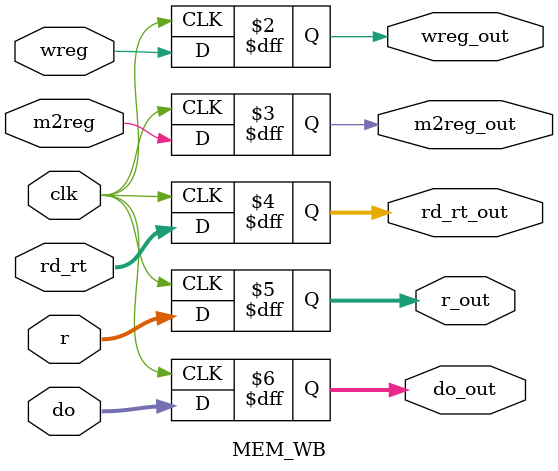
<source format=v>
module MEM_WB(wreg, m2reg, rd_rt, r, do, wreg_out, m2reg_out, rd_rt_out, r_out, do_out, clk);
    input wire wreg, m2reg;
    output reg wreg_out, m2reg_out;
    input wire [4:0] rd_rt; 
    output reg [4:0] rd_rt_out;
    input wire [31:0] r, do;
    output reg [31:0] r_out, do_out;
    input clk;
    
    always @ (posedge clk)
    begin
        wreg_out <= wreg;
        m2reg_out <= m2reg;
        rd_rt_out <= rd_rt;
        r_out <= r;
        do_out <= do;
    end
endmodule        
</source>
